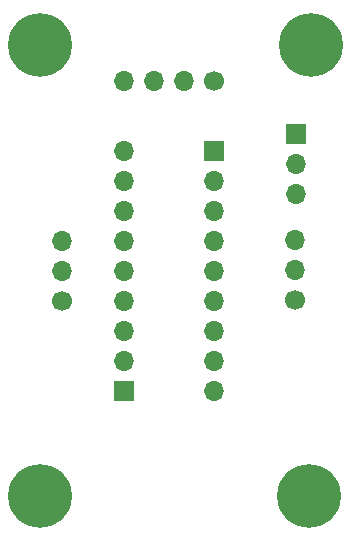
<source format=gbr>
%TF.GenerationSoftware,KiCad,Pcbnew,6.0.11-2627ca5db0~126~ubuntu22.04.1*%
%TF.CreationDate,2024-01-28T01:11:03-06:00*%
%TF.ProjectId,mp_highdriver_carrier,6d705f68-6967-4686-9472-697665725f63,rev?*%
%TF.SameCoordinates,Original*%
%TF.FileFunction,Soldermask,Bot*%
%TF.FilePolarity,Negative*%
%FSLAX46Y46*%
G04 Gerber Fmt 4.6, Leading zero omitted, Abs format (unit mm)*
G04 Created by KiCad (PCBNEW 6.0.11-2627ca5db0~126~ubuntu22.04.1) date 2024-01-28 01:11:03*
%MOMM*%
%LPD*%
G01*
G04 APERTURE LIST*
%ADD10C,5.400000*%
%ADD11C,1.700000*%
%ADD12O,1.700000X1.700000*%
%ADD13R,1.700000X1.700000*%
G04 APERTURE END LIST*
D10*
%TO.C,H4*%
X136050000Y-90100000D03*
%TD*%
D11*
%TO.C,J5*%
X157650000Y-111690000D03*
D12*
X157650000Y-109150000D03*
X157650000Y-106610000D03*
%TD*%
D11*
%TO.C,J3*%
X150740000Y-93120000D03*
D12*
X148200000Y-93120000D03*
X145660000Y-93120000D03*
X143120000Y-93120000D03*
%TD*%
D10*
%TO.C,H2*%
X158800000Y-128300000D03*
%TD*%
D11*
%TO.C,JP1*%
X137860000Y-111745000D03*
D12*
X137860000Y-109205000D03*
X137860000Y-106665000D03*
%TD*%
D10*
%TO.C,H3*%
X136050000Y-128300000D03*
%TD*%
D13*
%TO.C,J4*%
X150770000Y-99050000D03*
D12*
X150770000Y-101590000D03*
X150770000Y-104130000D03*
X150770000Y-106670000D03*
X150770000Y-109210000D03*
X150770000Y-111750000D03*
X150770000Y-114290000D03*
X150770000Y-116830000D03*
X150770000Y-119370000D03*
%TD*%
D10*
%TO.C,H1*%
X158950000Y-90100000D03*
%TD*%
D13*
%TO.C,J1*%
X143150000Y-119370000D03*
D12*
X143150000Y-116830000D03*
X143150000Y-114290000D03*
X143150000Y-111750000D03*
X143150000Y-109210000D03*
X143150000Y-106670000D03*
X143150000Y-104130000D03*
X143150000Y-101590000D03*
X143150000Y-99050000D03*
%TD*%
D13*
%TO.C,JP2*%
X157670000Y-97650000D03*
D12*
X157670000Y-100190000D03*
X157670000Y-102730000D03*
%TD*%
M02*

</source>
